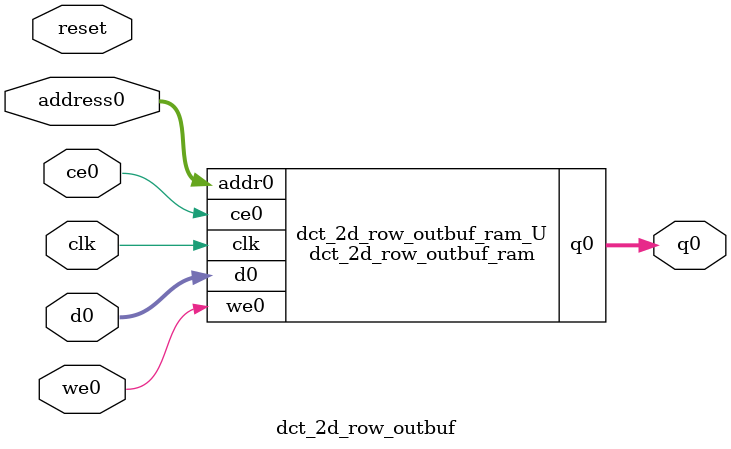
<source format=v>

`timescale 1 ns / 1 ps
module dct_2d_row_outbuf_ram (addr0, ce0, d0, we0, q0,  clk);

parameter DWIDTH = 16;
parameter AWIDTH = 6;
parameter MEM_SIZE = 64;

input[AWIDTH-1:0] addr0;
input ce0;
input[DWIDTH-1:0] d0;
input we0;
output reg[DWIDTH-1:0] q0;
input clk;

(* ram_style = "block" *)reg [DWIDTH-1:0] ram[0:MEM_SIZE-1];




always @(posedge clk)  
begin 
    if (ce0) 
    begin
        if (we0) 
        begin 
            ram[addr0] <= d0; 
            q0 <= d0;
        end 
        else 
            q0 <= ram[addr0];
    end
end


endmodule


`timescale 1 ns / 1 ps
module dct_2d_row_outbuf(
    reset,
    clk,
    address0,
    ce0,
    we0,
    d0,
    q0);

parameter DataWidth = 32'd16;
parameter AddressRange = 32'd64;
parameter AddressWidth = 32'd6;
input reset;
input clk;
input[AddressWidth - 1:0] address0;
input ce0;
input we0;
input[DataWidth - 1:0] d0;
output[DataWidth - 1:0] q0;



dct_2d_row_outbuf_ram dct_2d_row_outbuf_ram_U(
    .clk( clk ),
    .addr0( address0 ),
    .ce0( ce0 ),
    .d0( d0 ),
    .we0( we0 ),
    .q0( q0 ));

endmodule


</source>
